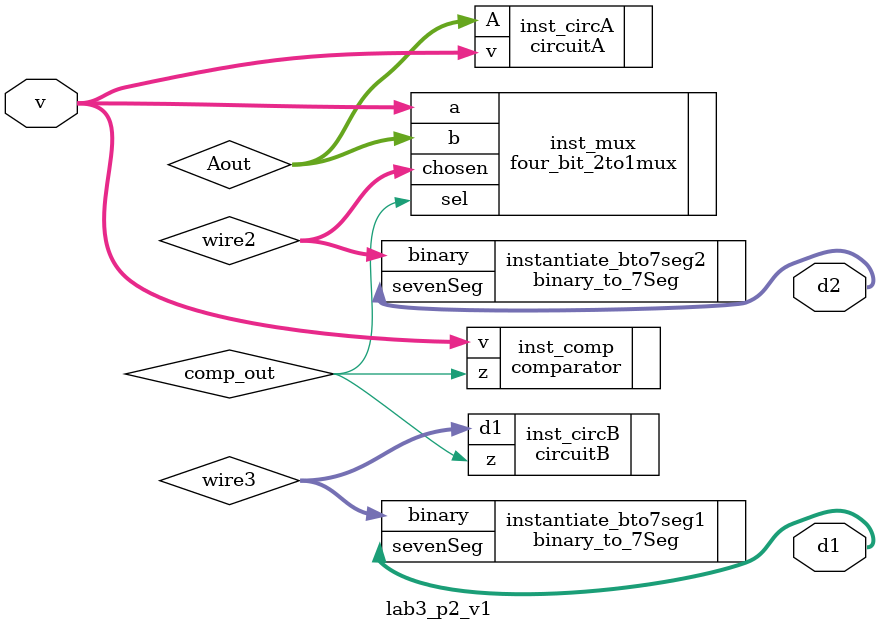
<source format=v>
module lab3_p2_v1 (v, d1, d2);
    input [3:0] v; 
	output [6:0] d1, d2; 
	
	//Add any required intermediate wires here
	wire [3:0] Aout, wire2, wire3;
	wire comp_out;
	
	circuitA inst_circA(
		.v(v),
		.A(Aout)
	);
	
	comparator inst_comp(
		.v(v),
		.z(comp_out)
	);
	
	circuitB inst_circB(
		.z(comp_out),
		.d1(wire3)
	);
	
	four_bit_2to1mux inst_mux(
		.sel(comp_out),
		.a(v),
		.b(Aout),
		.chosen(wire2)
	);
	
		binary_to_7Seg instantiate_bto7seg1(
		.binary(wire3),
		.sevenSeg(d1)
	);
	
	binary_to_7Seg instantiate_bto7seg2(
		.binary(wire2),
		.sevenSeg(d2)
	);
	
endmodule
</source>
